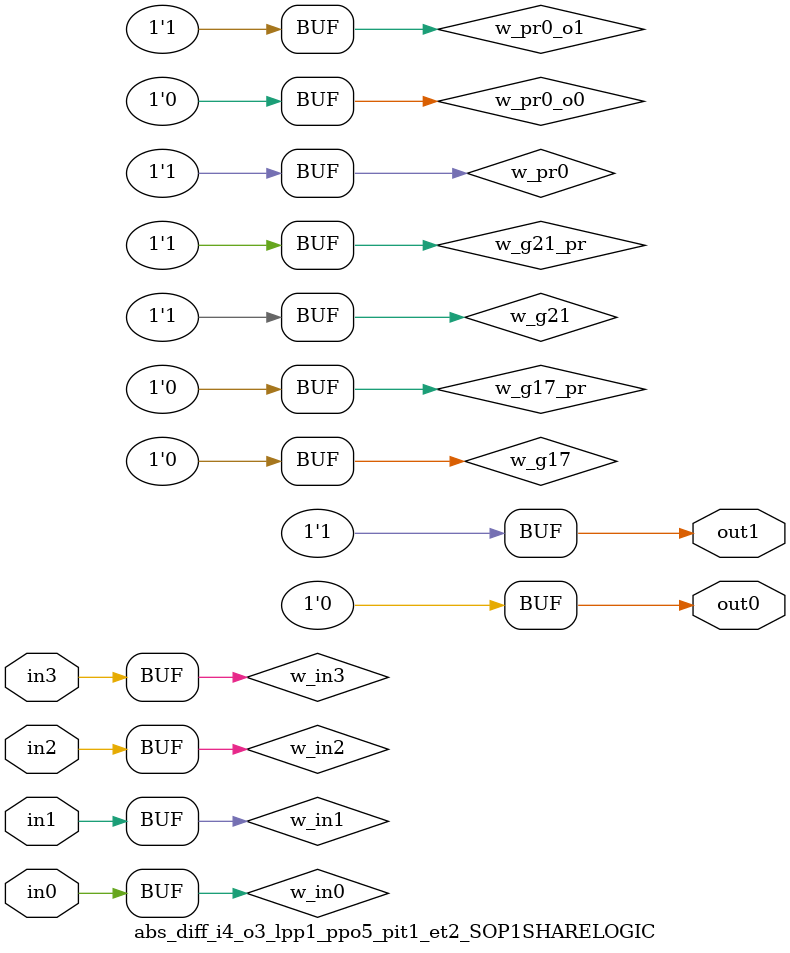
<source format=v>
module abs_diff_i4_o3_lpp1_ppo5_pit1_et2_SOP1SHARELOGIC (in0, in1, in2, in3, out0, out1);
// declaring inputs
input in0,  in1,  in2,  in3;
// declaring outputs
output out0,  out1;
// JSON model input
wire w_in3, w_in2, w_in1, w_in0;
// JSON model output
wire w_g17, w_g21;
//json model
wire w_g17_pr, w_g21_pr, w_pr0_o0, w_pr0_o1, w_pr0;
// JSON model input assign
assign w_in3 = in3;
assign w_in2 = in2;
assign w_in1 = in1;
assign w_in0 = in0;

//json model assigns (approximated Shared/XPAT part)
//assign literals to products
assign w_pr0 = 1;
//if a product has literals and if the product is being "activated" for that output
assign w_pr0_o0 = w_pr0 & 0;
assign w_pr0_o1 = w_pr0 & 1;
//compose an output with corresponding products (OR)
assign w_g17 = w_pr0_o0;
assign w_g21 = w_pr0_o1;
//if an output has products and if it is part of the JSON model
assign w_g17_pr = w_g17 & 0;
assign w_g21_pr = w_g21 & 1;
// output assigns
assign out0 = w_g17_pr;
assign out1 = w_g21_pr;
endmodule
</source>
